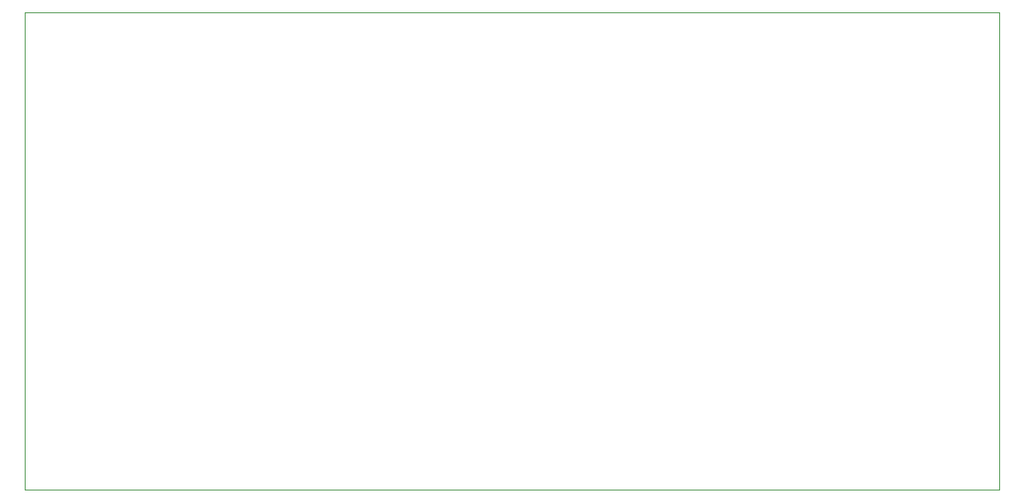
<source format=gbr>
%TF.GenerationSoftware,KiCad,Pcbnew,7.0.7*%
%TF.CreationDate,2023-10-01T22:00:11-07:00*%
%TF.ProjectId,v1,76312e6b-6963-4616-945f-706362585858,0*%
%TF.SameCoordinates,Original*%
%TF.FileFunction,Profile,NP*%
%FSLAX46Y46*%
G04 Gerber Fmt 4.6, Leading zero omitted, Abs format (unit mm)*
G04 Created by KiCad (PCBNEW 7.0.7) date 2023-10-01 22:00:11*
%MOMM*%
%LPD*%
G01*
G04 APERTURE LIST*
%TA.AperFunction,Profile*%
%ADD10C,0.100000*%
%TD*%
G04 APERTURE END LIST*
D10*
X34000000Y-69620000D02*
X134000000Y-69620000D01*
X134000000Y-118620000D01*
X34000000Y-118620000D01*
X34000000Y-69620000D01*
M02*

</source>
